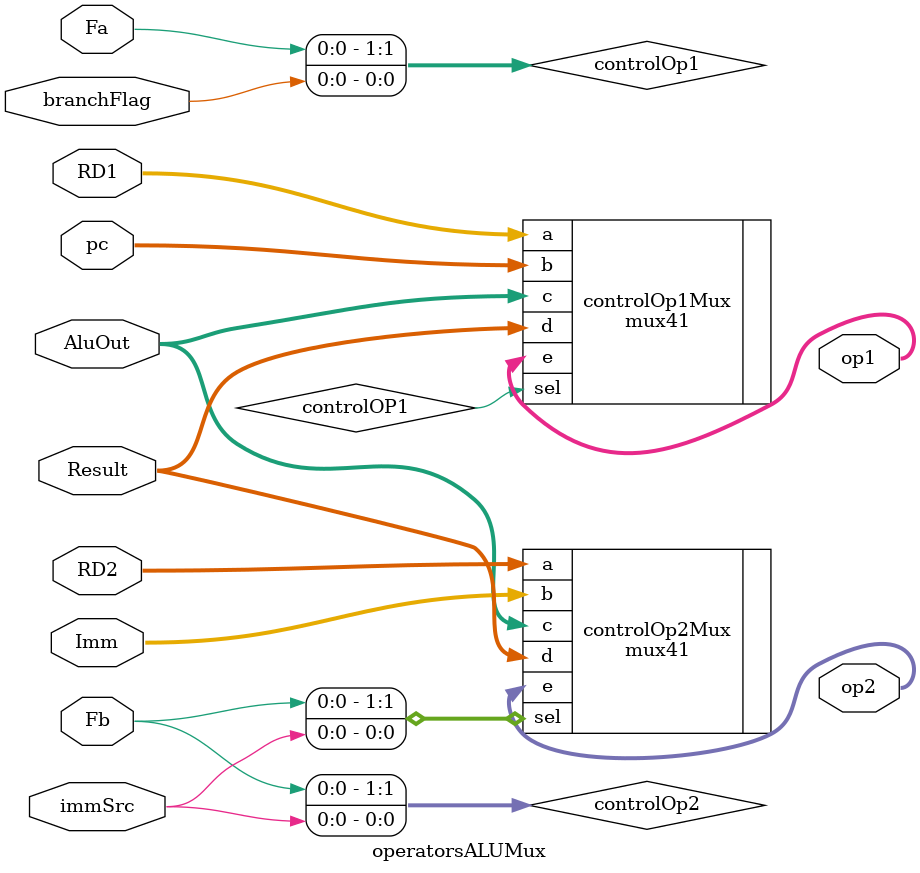
<source format=sv>
module operatorsALUMux #(parameter opSize=32)(input [opSize-1:0] RD1,RD2,Imm,pc,AluOut,Result,input immSrc,branchFlag,Fa,Fb,output [opSize-1:0] op1,op2);


	logic [1:0] controlOp1,controlOp2;
	
	assign controlOp1 ={Fa,branchFlag};
	assign controlOp2={Fb,immSrc};
	
	
	mux41 #(.N(32)) controlOp1Mux(.a(RD1),.b(pc),.c(AluOut),.d(Result),.e(op1), .sel(controlOP1));
	mux41 #(.N(32)) controlOp2Mux(.a(RD2),.b(Imm),.c(AluOut),.d(Result),.e(op2),.sel(controlOp2));
endmodule 
</source>
